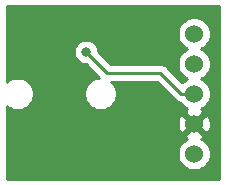
<source format=gbr>
G04 #@! TF.GenerationSoftware,KiCad,Pcbnew,(5.1.5)-3*
G04 #@! TF.CreationDate,2020-12-21T12:30:09+01:00*
G04 #@! TF.ProjectId,epimetheus_bmp180,6570696d-6574-4686-9575-735f626d7031,rev?*
G04 #@! TF.SameCoordinates,Original*
G04 #@! TF.FileFunction,Copper,L2,Bot*
G04 #@! TF.FilePolarity,Positive*
%FSLAX46Y46*%
G04 Gerber Fmt 4.6, Leading zero omitted, Abs format (unit mm)*
G04 Created by KiCad (PCBNEW (5.1.5)-3) date 2020-12-21 12:30:09*
%MOMM*%
%LPD*%
G04 APERTURE LIST*
%ADD10C,1.524000*%
%ADD11C,0.800000*%
%ADD12C,0.250000*%
%ADD13C,0.254000*%
G04 APERTURE END LIST*
D10*
X178308000Y-25908000D03*
X178308000Y-28448000D03*
X178308000Y-30988000D03*
X178308000Y-33528000D03*
X178308000Y-36068000D03*
D11*
X169164000Y-27432000D03*
D12*
X177230370Y-30988000D02*
X175452370Y-29210000D01*
X178308000Y-30988000D02*
X177230370Y-30988000D01*
X175452370Y-29210000D02*
X170942000Y-29210000D01*
X170942000Y-29210000D02*
X169164000Y-27432000D01*
D13*
G36*
X180442000Y-38202000D02*
G01*
X162458000Y-38202000D01*
X162458000Y-35930408D01*
X176911000Y-35930408D01*
X176911000Y-36205592D01*
X176964686Y-36475490D01*
X177069995Y-36729727D01*
X177222880Y-36958535D01*
X177417465Y-37153120D01*
X177646273Y-37306005D01*
X177900510Y-37411314D01*
X178170408Y-37465000D01*
X178445592Y-37465000D01*
X178715490Y-37411314D01*
X178969727Y-37306005D01*
X179198535Y-37153120D01*
X179393120Y-36958535D01*
X179546005Y-36729727D01*
X179651314Y-36475490D01*
X179705000Y-36205592D01*
X179705000Y-35930408D01*
X179651314Y-35660510D01*
X179546005Y-35406273D01*
X179393120Y-35177465D01*
X179198535Y-34982880D01*
X178969727Y-34829995D01*
X178898057Y-34800308D01*
X178911023Y-34795636D01*
X179026980Y-34733656D01*
X179093960Y-34493565D01*
X178308000Y-33707605D01*
X177522040Y-34493565D01*
X177589020Y-34733656D01*
X177724760Y-34797485D01*
X177646273Y-34829995D01*
X177417465Y-34982880D01*
X177222880Y-35177465D01*
X177069995Y-35406273D01*
X176964686Y-35660510D01*
X176911000Y-35930408D01*
X162458000Y-35930408D01*
X162458000Y-33600017D01*
X176906090Y-33600017D01*
X176947078Y-33872133D01*
X177040364Y-34131023D01*
X177102344Y-34246980D01*
X177342435Y-34313960D01*
X178128395Y-33528000D01*
X178487605Y-33528000D01*
X179273565Y-34313960D01*
X179513656Y-34246980D01*
X179630756Y-33997952D01*
X179697023Y-33730865D01*
X179709910Y-33455983D01*
X179668922Y-33183867D01*
X179575636Y-32924977D01*
X179513656Y-32809020D01*
X179273565Y-32742040D01*
X178487605Y-33528000D01*
X178128395Y-33528000D01*
X177342435Y-32742040D01*
X177102344Y-32809020D01*
X176985244Y-33058048D01*
X176918977Y-33325135D01*
X176906090Y-33600017D01*
X162458000Y-33600017D01*
X162458000Y-32031685D01*
X162490114Y-32063799D01*
X162716957Y-32215371D01*
X162969011Y-32319775D01*
X163236589Y-32373000D01*
X163509411Y-32373000D01*
X163776989Y-32319775D01*
X164029043Y-32215371D01*
X164255886Y-32063799D01*
X164448799Y-31870886D01*
X164600371Y-31644043D01*
X164704775Y-31391989D01*
X164758000Y-31124411D01*
X164758000Y-30851589D01*
X164704775Y-30584011D01*
X164600371Y-30331957D01*
X164448799Y-30105114D01*
X164255886Y-29912201D01*
X164029043Y-29760629D01*
X163776989Y-29656225D01*
X163509411Y-29603000D01*
X163236589Y-29603000D01*
X162969011Y-29656225D01*
X162716957Y-29760629D01*
X162490114Y-29912201D01*
X162458000Y-29944315D01*
X162458000Y-27330061D01*
X168129000Y-27330061D01*
X168129000Y-27533939D01*
X168168774Y-27733898D01*
X168246795Y-27922256D01*
X168360063Y-28091774D01*
X168504226Y-28235937D01*
X168673744Y-28349205D01*
X168862102Y-28427226D01*
X169062061Y-28467000D01*
X169124199Y-28467000D01*
X170260198Y-29603000D01*
X170236589Y-29603000D01*
X169969011Y-29656225D01*
X169716957Y-29760629D01*
X169490114Y-29912201D01*
X169297201Y-30105114D01*
X169145629Y-30331957D01*
X169041225Y-30584011D01*
X168988000Y-30851589D01*
X168988000Y-31124411D01*
X169041225Y-31391989D01*
X169145629Y-31644043D01*
X169297201Y-31870886D01*
X169490114Y-32063799D01*
X169716957Y-32215371D01*
X169969011Y-32319775D01*
X170236589Y-32373000D01*
X170509411Y-32373000D01*
X170776989Y-32319775D01*
X171029043Y-32215371D01*
X171255886Y-32063799D01*
X171448799Y-31870886D01*
X171600371Y-31644043D01*
X171704775Y-31391989D01*
X171758000Y-31124411D01*
X171758000Y-30851589D01*
X171704775Y-30584011D01*
X171600371Y-30331957D01*
X171448799Y-30105114D01*
X171313685Y-29970000D01*
X175137569Y-29970000D01*
X176666571Y-31499003D01*
X176690369Y-31528001D01*
X176806094Y-31622974D01*
X176938123Y-31693546D01*
X177081384Y-31737003D01*
X177131617Y-31741951D01*
X177222880Y-31878535D01*
X177417465Y-32073120D01*
X177646273Y-32226005D01*
X177717943Y-32255692D01*
X177704977Y-32260364D01*
X177589020Y-32322344D01*
X177522040Y-32562435D01*
X178308000Y-33348395D01*
X179093960Y-32562435D01*
X179026980Y-32322344D01*
X178891240Y-32258515D01*
X178969727Y-32226005D01*
X179198535Y-32073120D01*
X179393120Y-31878535D01*
X179546005Y-31649727D01*
X179651314Y-31395490D01*
X179705000Y-31125592D01*
X179705000Y-30850408D01*
X179651314Y-30580510D01*
X179546005Y-30326273D01*
X179393120Y-30097465D01*
X179198535Y-29902880D01*
X178969727Y-29749995D01*
X178892485Y-29718000D01*
X178969727Y-29686005D01*
X179198535Y-29533120D01*
X179393120Y-29338535D01*
X179546005Y-29109727D01*
X179651314Y-28855490D01*
X179705000Y-28585592D01*
X179705000Y-28310408D01*
X179651314Y-28040510D01*
X179546005Y-27786273D01*
X179393120Y-27557465D01*
X179198535Y-27362880D01*
X178969727Y-27209995D01*
X178892485Y-27178000D01*
X178969727Y-27146005D01*
X179198535Y-26993120D01*
X179393120Y-26798535D01*
X179546005Y-26569727D01*
X179651314Y-26315490D01*
X179705000Y-26045592D01*
X179705000Y-25770408D01*
X179651314Y-25500510D01*
X179546005Y-25246273D01*
X179393120Y-25017465D01*
X179198535Y-24822880D01*
X178969727Y-24669995D01*
X178715490Y-24564686D01*
X178445592Y-24511000D01*
X178170408Y-24511000D01*
X177900510Y-24564686D01*
X177646273Y-24669995D01*
X177417465Y-24822880D01*
X177222880Y-25017465D01*
X177069995Y-25246273D01*
X176964686Y-25500510D01*
X176911000Y-25770408D01*
X176911000Y-26045592D01*
X176964686Y-26315490D01*
X177069995Y-26569727D01*
X177222880Y-26798535D01*
X177417465Y-26993120D01*
X177646273Y-27146005D01*
X177723515Y-27178000D01*
X177646273Y-27209995D01*
X177417465Y-27362880D01*
X177222880Y-27557465D01*
X177069995Y-27786273D01*
X176964686Y-28040510D01*
X176911000Y-28310408D01*
X176911000Y-28585592D01*
X176964686Y-28855490D01*
X177069995Y-29109727D01*
X177222880Y-29338535D01*
X177417465Y-29533120D01*
X177646273Y-29686005D01*
X177723515Y-29718000D01*
X177646273Y-29749995D01*
X177417465Y-29902880D01*
X177318758Y-30001587D01*
X176016174Y-28699003D01*
X175992371Y-28669999D01*
X175876646Y-28575026D01*
X175744617Y-28504454D01*
X175601356Y-28460997D01*
X175489703Y-28450000D01*
X175489692Y-28450000D01*
X175452370Y-28446324D01*
X175415048Y-28450000D01*
X171256802Y-28450000D01*
X170199000Y-27392199D01*
X170199000Y-27330061D01*
X170159226Y-27130102D01*
X170081205Y-26941744D01*
X169967937Y-26772226D01*
X169823774Y-26628063D01*
X169654256Y-26514795D01*
X169465898Y-26436774D01*
X169265939Y-26397000D01*
X169062061Y-26397000D01*
X168862102Y-26436774D01*
X168673744Y-26514795D01*
X168504226Y-26628063D01*
X168360063Y-26772226D01*
X168246795Y-26941744D01*
X168168774Y-27130102D01*
X168129000Y-27330061D01*
X162458000Y-27330061D01*
X162458000Y-23520000D01*
X180442001Y-23520000D01*
X180442000Y-38202000D01*
G37*
X180442000Y-38202000D02*
X162458000Y-38202000D01*
X162458000Y-35930408D01*
X176911000Y-35930408D01*
X176911000Y-36205592D01*
X176964686Y-36475490D01*
X177069995Y-36729727D01*
X177222880Y-36958535D01*
X177417465Y-37153120D01*
X177646273Y-37306005D01*
X177900510Y-37411314D01*
X178170408Y-37465000D01*
X178445592Y-37465000D01*
X178715490Y-37411314D01*
X178969727Y-37306005D01*
X179198535Y-37153120D01*
X179393120Y-36958535D01*
X179546005Y-36729727D01*
X179651314Y-36475490D01*
X179705000Y-36205592D01*
X179705000Y-35930408D01*
X179651314Y-35660510D01*
X179546005Y-35406273D01*
X179393120Y-35177465D01*
X179198535Y-34982880D01*
X178969727Y-34829995D01*
X178898057Y-34800308D01*
X178911023Y-34795636D01*
X179026980Y-34733656D01*
X179093960Y-34493565D01*
X178308000Y-33707605D01*
X177522040Y-34493565D01*
X177589020Y-34733656D01*
X177724760Y-34797485D01*
X177646273Y-34829995D01*
X177417465Y-34982880D01*
X177222880Y-35177465D01*
X177069995Y-35406273D01*
X176964686Y-35660510D01*
X176911000Y-35930408D01*
X162458000Y-35930408D01*
X162458000Y-33600017D01*
X176906090Y-33600017D01*
X176947078Y-33872133D01*
X177040364Y-34131023D01*
X177102344Y-34246980D01*
X177342435Y-34313960D01*
X178128395Y-33528000D01*
X178487605Y-33528000D01*
X179273565Y-34313960D01*
X179513656Y-34246980D01*
X179630756Y-33997952D01*
X179697023Y-33730865D01*
X179709910Y-33455983D01*
X179668922Y-33183867D01*
X179575636Y-32924977D01*
X179513656Y-32809020D01*
X179273565Y-32742040D01*
X178487605Y-33528000D01*
X178128395Y-33528000D01*
X177342435Y-32742040D01*
X177102344Y-32809020D01*
X176985244Y-33058048D01*
X176918977Y-33325135D01*
X176906090Y-33600017D01*
X162458000Y-33600017D01*
X162458000Y-32031685D01*
X162490114Y-32063799D01*
X162716957Y-32215371D01*
X162969011Y-32319775D01*
X163236589Y-32373000D01*
X163509411Y-32373000D01*
X163776989Y-32319775D01*
X164029043Y-32215371D01*
X164255886Y-32063799D01*
X164448799Y-31870886D01*
X164600371Y-31644043D01*
X164704775Y-31391989D01*
X164758000Y-31124411D01*
X164758000Y-30851589D01*
X164704775Y-30584011D01*
X164600371Y-30331957D01*
X164448799Y-30105114D01*
X164255886Y-29912201D01*
X164029043Y-29760629D01*
X163776989Y-29656225D01*
X163509411Y-29603000D01*
X163236589Y-29603000D01*
X162969011Y-29656225D01*
X162716957Y-29760629D01*
X162490114Y-29912201D01*
X162458000Y-29944315D01*
X162458000Y-27330061D01*
X168129000Y-27330061D01*
X168129000Y-27533939D01*
X168168774Y-27733898D01*
X168246795Y-27922256D01*
X168360063Y-28091774D01*
X168504226Y-28235937D01*
X168673744Y-28349205D01*
X168862102Y-28427226D01*
X169062061Y-28467000D01*
X169124199Y-28467000D01*
X170260198Y-29603000D01*
X170236589Y-29603000D01*
X169969011Y-29656225D01*
X169716957Y-29760629D01*
X169490114Y-29912201D01*
X169297201Y-30105114D01*
X169145629Y-30331957D01*
X169041225Y-30584011D01*
X168988000Y-30851589D01*
X168988000Y-31124411D01*
X169041225Y-31391989D01*
X169145629Y-31644043D01*
X169297201Y-31870886D01*
X169490114Y-32063799D01*
X169716957Y-32215371D01*
X169969011Y-32319775D01*
X170236589Y-32373000D01*
X170509411Y-32373000D01*
X170776989Y-32319775D01*
X171029043Y-32215371D01*
X171255886Y-32063799D01*
X171448799Y-31870886D01*
X171600371Y-31644043D01*
X171704775Y-31391989D01*
X171758000Y-31124411D01*
X171758000Y-30851589D01*
X171704775Y-30584011D01*
X171600371Y-30331957D01*
X171448799Y-30105114D01*
X171313685Y-29970000D01*
X175137569Y-29970000D01*
X176666571Y-31499003D01*
X176690369Y-31528001D01*
X176806094Y-31622974D01*
X176938123Y-31693546D01*
X177081384Y-31737003D01*
X177131617Y-31741951D01*
X177222880Y-31878535D01*
X177417465Y-32073120D01*
X177646273Y-32226005D01*
X177717943Y-32255692D01*
X177704977Y-32260364D01*
X177589020Y-32322344D01*
X177522040Y-32562435D01*
X178308000Y-33348395D01*
X179093960Y-32562435D01*
X179026980Y-32322344D01*
X178891240Y-32258515D01*
X178969727Y-32226005D01*
X179198535Y-32073120D01*
X179393120Y-31878535D01*
X179546005Y-31649727D01*
X179651314Y-31395490D01*
X179705000Y-31125592D01*
X179705000Y-30850408D01*
X179651314Y-30580510D01*
X179546005Y-30326273D01*
X179393120Y-30097465D01*
X179198535Y-29902880D01*
X178969727Y-29749995D01*
X178892485Y-29718000D01*
X178969727Y-29686005D01*
X179198535Y-29533120D01*
X179393120Y-29338535D01*
X179546005Y-29109727D01*
X179651314Y-28855490D01*
X179705000Y-28585592D01*
X179705000Y-28310408D01*
X179651314Y-28040510D01*
X179546005Y-27786273D01*
X179393120Y-27557465D01*
X179198535Y-27362880D01*
X178969727Y-27209995D01*
X178892485Y-27178000D01*
X178969727Y-27146005D01*
X179198535Y-26993120D01*
X179393120Y-26798535D01*
X179546005Y-26569727D01*
X179651314Y-26315490D01*
X179705000Y-26045592D01*
X179705000Y-25770408D01*
X179651314Y-25500510D01*
X179546005Y-25246273D01*
X179393120Y-25017465D01*
X179198535Y-24822880D01*
X178969727Y-24669995D01*
X178715490Y-24564686D01*
X178445592Y-24511000D01*
X178170408Y-24511000D01*
X177900510Y-24564686D01*
X177646273Y-24669995D01*
X177417465Y-24822880D01*
X177222880Y-25017465D01*
X177069995Y-25246273D01*
X176964686Y-25500510D01*
X176911000Y-25770408D01*
X176911000Y-26045592D01*
X176964686Y-26315490D01*
X177069995Y-26569727D01*
X177222880Y-26798535D01*
X177417465Y-26993120D01*
X177646273Y-27146005D01*
X177723515Y-27178000D01*
X177646273Y-27209995D01*
X177417465Y-27362880D01*
X177222880Y-27557465D01*
X177069995Y-27786273D01*
X176964686Y-28040510D01*
X176911000Y-28310408D01*
X176911000Y-28585592D01*
X176964686Y-28855490D01*
X177069995Y-29109727D01*
X177222880Y-29338535D01*
X177417465Y-29533120D01*
X177646273Y-29686005D01*
X177723515Y-29718000D01*
X177646273Y-29749995D01*
X177417465Y-29902880D01*
X177318758Y-30001587D01*
X176016174Y-28699003D01*
X175992371Y-28669999D01*
X175876646Y-28575026D01*
X175744617Y-28504454D01*
X175601356Y-28460997D01*
X175489703Y-28450000D01*
X175489692Y-28450000D01*
X175452370Y-28446324D01*
X175415048Y-28450000D01*
X171256802Y-28450000D01*
X170199000Y-27392199D01*
X170199000Y-27330061D01*
X170159226Y-27130102D01*
X170081205Y-26941744D01*
X169967937Y-26772226D01*
X169823774Y-26628063D01*
X169654256Y-26514795D01*
X169465898Y-26436774D01*
X169265939Y-26397000D01*
X169062061Y-26397000D01*
X168862102Y-26436774D01*
X168673744Y-26514795D01*
X168504226Y-26628063D01*
X168360063Y-26772226D01*
X168246795Y-26941744D01*
X168168774Y-27130102D01*
X168129000Y-27330061D01*
X162458000Y-27330061D01*
X162458000Y-23520000D01*
X180442001Y-23520000D01*
X180442000Y-38202000D01*
M02*

</source>
